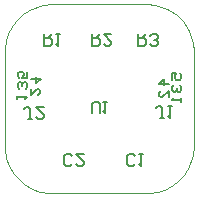
<source format=gbo>
G04 Layer_Color=32896*
%FSLAX25Y25*%
%MOIN*%
G70*
G01*
G75*
%ADD17C,0.00050*%
%ADD32C,0.00591*%
%ADD33C,0.00600*%
D17*
X8Y15748D02*
X39Y14759D01*
X132Y13774D01*
X287Y12797D01*
X503Y11832D01*
X779Y10882D01*
X1114Y9951D01*
X1507Y9043D01*
X1956Y8161D01*
X2459Y7310D01*
X3015Y6492D01*
X3622Y5710D01*
X4276Y4968D01*
X4976Y4268D01*
X5718Y3614D01*
X6499Y3008D01*
X7318Y2451D01*
X8169Y1948D01*
X9051Y1499D01*
X9959Y1106D01*
X10889Y771D01*
X11840Y495D01*
X12805Y279D01*
X13782Y124D01*
X14767Y31D01*
X15756Y0D01*
Y62992D02*
X14767Y62961D01*
X13782Y62868D01*
X12805Y62713D01*
X11840Y62497D01*
X10889Y62221D01*
X9959Y61886D01*
X9051Y61493D01*
X8169Y61044D01*
X7318Y60541D01*
X6499Y59984D01*
X5718Y59378D01*
X4976Y58724D01*
X4276Y58024D01*
X3622Y57282D01*
X3015Y56501D01*
X2459Y55682D01*
X1956Y54831D01*
X1507Y53949D01*
X1114Y53041D01*
X779Y52110D01*
X503Y51160D01*
X287Y50195D01*
X132Y49218D01*
X39Y48233D01*
X8Y47244D01*
X47252Y0D02*
X48241Y31D01*
X49226Y124D01*
X50203Y279D01*
X51168Y495D01*
X52118Y771D01*
X53049Y1106D01*
X53957Y1499D01*
X54839Y1948D01*
X55690Y2451D01*
X56508Y3008D01*
X57290Y3614D01*
X58032Y4268D01*
X58732Y4968D01*
X59386Y5710D01*
X59992Y6492D01*
X60549Y7310D01*
X61052Y8161D01*
X61501Y9043D01*
X61894Y9951D01*
X62229Y10882D01*
X62505Y11832D01*
X62721Y12797D01*
X62876Y13774D01*
X62969Y14759D01*
X63000Y15748D01*
Y47244D02*
X62969Y48233D01*
X62876Y49218D01*
X62721Y50195D01*
X62505Y51161D01*
X62229Y52110D01*
X61894Y53041D01*
X61501Y53949D01*
X61052Y54831D01*
X60549Y55682D01*
X59992Y56501D01*
X59386Y57282D01*
X58732Y58024D01*
X58032Y58724D01*
X57290Y59378D01*
X56508Y59984D01*
X55690Y60541D01*
X54839Y61044D01*
X53957Y61493D01*
X53049Y61886D01*
X52118Y62221D01*
X51168Y62497D01*
X50203Y62713D01*
X49226Y62868D01*
X48241Y62961D01*
X47252Y62992D01*
X63000Y47244D02*
X62969Y48233D01*
X62876Y49218D01*
X62721Y50195D01*
X62505Y51161D01*
X62229Y52110D01*
X61894Y53041D01*
X61501Y53949D01*
X61052Y54831D01*
X60549Y55682D01*
X59992Y56501D01*
X59386Y57282D01*
X58732Y58024D01*
X58032Y58724D01*
X57290Y59378D01*
X56508Y59984D01*
X55690Y60541D01*
X54839Y61044D01*
X53957Y61493D01*
X53049Y61886D01*
X52118Y62221D01*
X51168Y62497D01*
X50203Y62713D01*
X49226Y62868D01*
X48241Y62961D01*
X47252Y62992D01*
X47252Y0D02*
X48241Y31D01*
X49226Y124D01*
X50203Y279D01*
X51168Y495D01*
X52118Y771D01*
X53049Y1106D01*
X53957Y1499D01*
X54839Y1948D01*
X55690Y2451D01*
X56508Y3008D01*
X57290Y3614D01*
X58032Y4268D01*
X58732Y4968D01*
X59386Y5710D01*
X59992Y6492D01*
X60549Y7310D01*
X61052Y8161D01*
X61501Y9043D01*
X61894Y9951D01*
X62229Y10882D01*
X62505Y11832D01*
X62721Y12797D01*
X62876Y13774D01*
X62969Y14759D01*
X63000Y15748D01*
X15756Y62992D02*
X14767Y62961D01*
X13782Y62868D01*
X12805Y62713D01*
X11840Y62497D01*
X10889Y62221D01*
X9959Y61886D01*
X9051Y61493D01*
X8169Y61044D01*
X7318Y60541D01*
X6499Y59984D01*
X5718Y59378D01*
X4976Y58724D01*
X4276Y58024D01*
X3622Y57282D01*
X3015Y56501D01*
X2459Y55682D01*
X1956Y54831D01*
X1507Y53949D01*
X1114Y53041D01*
X779Y52110D01*
X503Y51160D01*
X287Y50195D01*
X132Y49218D01*
X39Y48233D01*
X8Y47244D01*
Y15748D02*
X39Y14759D01*
X132Y13774D01*
X287Y12797D01*
X503Y11832D01*
X779Y10882D01*
X1114Y9951D01*
X1507Y9043D01*
X1956Y8161D01*
X2459Y7310D01*
X3015Y6492D01*
X3622Y5710D01*
X4276Y4968D01*
X4976Y4268D01*
X5718Y3614D01*
X6499Y3008D01*
X7318Y2451D01*
X8169Y1948D01*
X9051Y1499D01*
X9959Y1106D01*
X10889Y771D01*
X11840Y495D01*
X12805Y279D01*
X13782Y124D01*
X14767Y31D01*
X15756Y0D01*
X63000Y15748D02*
Y47244D01*
X15756Y62992D02*
X47252D01*
X8Y15748D02*
Y47244D01*
X15756Y0D02*
X47252D01*
X15756D02*
X47252D01*
X8Y15748D02*
Y47244D01*
X15756Y62992D02*
X47252D01*
X63000Y15748D02*
Y47244D01*
D32*
X28957Y26596D02*
Y29875D01*
X29613Y30531D01*
X30925D01*
X31580Y29875D01*
Y26596D01*
X32892Y30531D02*
X34204D01*
X33548D01*
Y26596D01*
X32892Y27252D01*
X44500Y53000D02*
Y49064D01*
X46468D01*
X47124Y49720D01*
Y51032D01*
X46468Y51688D01*
X44500D01*
X45812D02*
X47124Y53000D01*
X48436Y49720D02*
X49092Y49064D01*
X50404D01*
X51060Y49720D01*
Y50376D01*
X50404Y51032D01*
X49748D01*
X50404D01*
X51060Y51688D01*
Y52344D01*
X50404Y53000D01*
X49092D01*
X48436Y52344D01*
X29000Y53000D02*
Y49064D01*
X30968D01*
X31624Y49720D01*
Y51032D01*
X30968Y51688D01*
X29000D01*
X30312D02*
X31624Y53000D01*
X35560D02*
X32936D01*
X35560Y50376D01*
Y49720D01*
X34904Y49064D01*
X33592D01*
X32936Y49720D01*
X13110Y53000D02*
Y49064D01*
X15078D01*
X15734Y49720D01*
Y51032D01*
X15078Y51688D01*
X13110D01*
X14422D02*
X15734Y53000D01*
X17046D02*
X18358D01*
X17702D01*
Y49064D01*
X17046Y49720D01*
X22464Y9720D02*
X21809Y9064D01*
X20497D01*
X19841Y9720D01*
Y12344D01*
X20497Y13000D01*
X21809D01*
X22464Y12344D01*
X26400Y13000D02*
X23776D01*
X26400Y10376D01*
Y9720D01*
X25744Y9064D01*
X24432D01*
X23776Y9720D01*
X43440D02*
X42785Y9064D01*
X41473D01*
X40817Y9720D01*
Y12344D01*
X41473Y13000D01*
X42785D01*
X43440Y12344D01*
X44752Y13000D02*
X46064D01*
X45408D01*
Y9064D01*
X44752Y9720D01*
X53124Y25064D02*
X51812D01*
X52468D01*
Y28344D01*
X51812Y29000D01*
X51156D01*
X50500Y28344D01*
X54436Y29000D02*
X55748D01*
X55092D01*
Y25064D01*
X54436Y25720D01*
X7449Y40515D02*
Y38416D01*
X5874D01*
X6399Y39465D01*
Y39990D01*
X5874Y40515D01*
X4825D01*
X4300Y39990D01*
Y38941D01*
X4825Y38416D01*
X8800Y38190D02*
X11949D01*
X10374Y36616D01*
Y38715D01*
X6924Y34816D02*
X7449Y35340D01*
Y36390D01*
X6924Y36915D01*
X6399D01*
X5874Y36390D01*
Y35865D01*
Y36390D01*
X5350Y36915D01*
X4825D01*
X4300Y36390D01*
Y35340D01*
X4825Y34816D01*
X4200Y31416D02*
Y32465D01*
Y31940D01*
X7349D01*
X6824Y31416D01*
X8600Y34815D02*
Y32716D01*
X10699Y34815D01*
X11224D01*
X11749Y34290D01*
Y33241D01*
X11224Y32716D01*
X55651Y37880D02*
Y39979D01*
X57226D01*
X56701Y38929D01*
Y38404D01*
X57226Y37880D01*
X58275D01*
X58800Y38404D01*
Y39454D01*
X58275Y39979D01*
X54600Y36504D02*
X51451D01*
X53026Y38079D01*
Y35980D01*
X56276Y35979D02*
X55751Y35454D01*
Y34404D01*
X56276Y33880D01*
X56801D01*
X57326Y34404D01*
Y34929D01*
Y34404D01*
X57850Y33880D01*
X58375D01*
X58900Y34404D01*
Y35454D01*
X58375Y35979D01*
X58900Y31579D02*
Y30529D01*
Y31054D01*
X55751D01*
X56276Y31579D01*
X54600Y31980D02*
Y34079D01*
X52501Y31980D01*
X51976D01*
X51451Y32504D01*
Y33554D01*
X51976Y34079D01*
D33*
X9122Y24801D02*
X7790D01*
X8456D01*
Y28134D01*
X7790Y28800D01*
X7123D01*
X6457Y28134D01*
X13121Y28800D02*
X10455D01*
X13121Y26134D01*
Y25468D01*
X12455Y24801D01*
X11122D01*
X10455Y25468D01*
M02*

</source>
